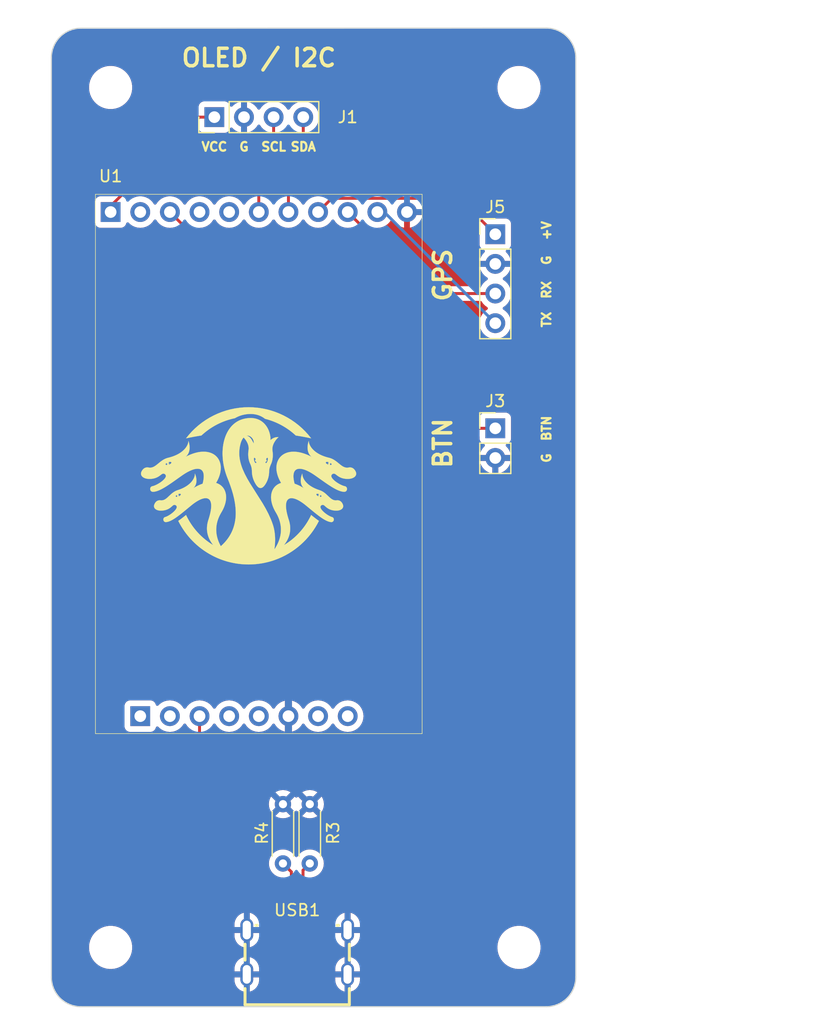
<source format=kicad_pcb>
(kicad_pcb (version 20240108) (generator "pcbnew") (generator_version "8.0")
  (layers (0 "F.Cu" signal) (31 "B.Cu" signal) (34 "B.Paste" user) (35 "F.Paste" user) (36 "B.SilkS" user "B.Silkscreen") (37 "F.SilkS" user "F.Silkscreen") (38 "B.Mask" user) (39 "F.Mask" user) (44 "Edge.Cuts" user))
  (net 0 "")
  (net 1 "Net-(J1-Pin_3)")
  (net 2 "Net-(J1-Pin_4)")
  (net 3 "Net-(J1-Pin_1)")
  (net 4 "Net-(J3-Pin_1)")
  (net 5 "Net-(J5-Pin_4)")
  (net 6 "Net-(J5-Pin_1)")
  (net 7 "Net-(J5-Pin_3)")
  (net 8 "GND")
  (net 9 "+5V")
  (net 18 "Net-(USB1-CC1)")
  (net 19 "Net-(USB1-CC2)")
  (footprint "core_pcb:Hydra_core" (layer "F.Cu") (at 151.13 83.8)
    (property "Reference" "U1" (at -12.7 -26.67 0) (layer "F.SilkS"))
    (property "Value" "Hydra_Core")
    (pad "1" thru_hole rect (at -12.7 -23.6 270) (size 1.7 1.7) (drill 1) (layers "*.Cu" "*.Mask") (net 3 "Net-(J1-Pin_1)"))
    (pad "2" thru_hole oval (at -10.16 -23.6 270) (size 1.7 1.7) (drill 1) (layers "*.Cu" "*.Mask"))
    (pad "3" thru_hole oval (at -7.62 -23.6 270) (size 1.7 1.7) (drill 1) (layers "*.Cu" "*.Mask") (net 4 "Net-(J3-Pin_1)"))
    (pad "4" thru_hole oval (at -5.08 -23.6 270) (size 1.7 1.7) (drill 1) (layers "*.Cu" "*.Mask"))
    (pad "5" thru_hole oval (at -2.54 -23.6 270) (size 1.7 1.7) (drill 1) (layers "*.Cu" "*.Mask"))
    (pad "6" thru_hole oval (at 0 -23.6 270) (size 1.7 1.7) (drill 1) (layers "*.Cu" "*.Mask") (net 1 "Net-(J1-Pin_3)"))
    (pad "7" thru_hole oval (at 2.54 -23.6 270) (size 1.7 1.7) (drill 1) (layers "*.Cu" "*.Mask") (net 2 "Net-(J1-Pin_4)"))
    (pad "8" thru_hole oval (at 5.08 -23.6 270) (size 1.7 1.7) (drill 1) (layers "*.Cu" "*.Mask") (net 6 "Net-(J5-Pin_1)"))
    (pad "9" thru_hole oval (at 7.62 -23.6 270) (size 1.7 1.7) (drill 1) (layers "*.Cu" "*.Mask") (net 7 "Net-(J5-Pin_3)"))
    (pad "10" thru_hole oval (at 10.16 -23.6 270) (size 1.7 1.7) (drill 1) (layers "*.Cu" "*.Mask") (net 5 "Net-(J5-Pin_4)"))
    (pad "11" thru_hole oval (at 12.7 -23.6 270) (size 1.7 1.7) (drill 1) (layers "*.Cu" "*.Mask") (net 8 "GND") (thermal_bridge_width 0.5))
    (pad "12" thru_hole rect (at -10.16 19.58 270) (size 1.7 1.7) (drill 1) (layers "*.Cu" "*.Mask"))
    (pad "13" thru_hole oval (at -7.62 19.58 270) (size 1.7 1.7) (drill 1) (layers "*.Cu" "*.Mask"))
    (pad "14" thru_hole oval (at -5.08 19.58 270) (size 1.7 1.7) (drill 1) (layers "*.Cu" "*.Mask") (net 9 "+5V"))
    (pad "15" thru_hole oval (at -2.54 19.58 270) (size 1.7 1.7) (drill 1) (layers "*.Cu" "*.Mask"))
    (pad "16" thru_hole oval (at 0 19.58 270) (size 1.7 1.7) (drill 1) (layers "*.Cu" "*.Mask"))
    (pad "17" thru_hole oval (at 2.54 19.58 270) (size 1.7 1.7) (drill 1) (layers "*.Cu" "*.Mask") (net 8 "GND") (thermal_bridge_width 0.6))
    (pad "18" thru_hole oval (at 5.08 19.58 270) (size 1.7 1.7) (drill 1) (layers "*.Cu" "*.Mask"))
    (pad "19" thru_hole oval (at 7.62 19.58 270) (size 1.7 1.7) (drill 1) (layers "*.Cu" "*.Mask"))
  )
  (footprint "Connector_PinHeader_2.54mm:PinHeader_1x02_P2.54mm_Vertical" (layer "F.Cu") (at 171.4 78.725)
    (property "Reference" "J3" (at 0 -2.33 0) (layer "F.SilkS"))
    (property "Value" "Conn_01x02")
    (pad "1" thru_hole rect (at 0 0) (size 1.7 1.7) (drill 1) (layers "*.Cu" "*.Mask") (net 4 "Net-(J3-Pin_1)"))
    (pad "2" thru_hole oval (at 0 2.54) (size 1.7 1.7) (drill 1) (layers "*.Cu" "*.Mask") (net 8 "GND"))
  )
  (footprint "MountingHole:MountingHole_3.2mm_M3" (layer "F.Cu") (at 138.43 123.19)
    (property "Reference" "REF**" (hide yes))
    (property "Value" "MountingHole_3.2mm_M3")
    (pad "" np_thru_hole circle (at 0 0) (size 3.2 3.2) (drill 3.2) (layers "*.Cu" "*.Mask"))
  )
  (footprint "Connector_PinHeader_2.54mm:PinHeader_1x04_P2.54mm_Vertical" (layer "F.Cu") (at 147.32 52.07 90)
    (property "Reference" "J1" (at 0 11.43 0) (layer "F.SilkS"))
    (property "Value" "Conn_01x04")
    (pad "1" thru_hole rect (at 0 0 90) (size 1.7 1.7) (drill 1) (layers "*.Cu" "*.Mask") (net 3 "Net-(J1-Pin_1)"))
    (pad "2" thru_hole oval (at 0 2.54 90) (size 1.7 1.7) (drill 1) (layers "*.Cu" "*.Mask") (net 8 "GND"))
    (pad "3" thru_hole oval (at 0 5.08 90) (size 1.7 1.7) (drill 1) (layers "*.Cu" "*.Mask") (net 1 "Net-(J1-Pin_3)"))
    (pad "4" thru_hole oval (at 0 7.62 90) (size 1.7 1.7) (drill 1) (layers "*.Cu" "*.Mask") (net 2 "Net-(J1-Pin_4)"))
  )
  (footprint "Connector_PinHeader_2.54mm:PinHeader_1x04_P2.54mm_Vertical" (layer "F.Cu") (at 171.4 62.1)
    (property "Reference" "J5" (at 0 -2.33 0) (layer "F.SilkS"))
    (property "Value" "Conn_01x04")
    (pad "1" thru_hole rect (at 0 0) (size 1.7 1.7) (drill 1) (layers "*.Cu" "*.Mask") (net 6 "Net-(J5-Pin_1)"))
    (pad "2" thru_hole oval (at 0 2.54) (size 1.7 1.7) (drill 1) (layers "*.Cu" "*.Mask") (net 8 "GND"))
    (pad "3" thru_hole oval (at 0 5.08) (size 1.7 1.7) (drill 1) (layers "*.Cu" "*.Mask") (net 7 "Net-(J5-Pin_3)"))
    (pad "4" thru_hole oval (at 0 7.62) (size 1.7 1.7) (drill 1) (layers "*.Cu" "*.Mask") (net 5 "Net-(J5-Pin_4)"))
  )
  (footprint "Library:USB-C-SMD_TYPE-603-T3" (layer "F.Cu") (at 154.42 123.599)
    (property "Reference" "USB1" (at 0 -3.599 0) (layer "F.SilkS"))
    (property "Value" "~")
    (pad "0" thru_hole oval (at -4.32 -1.899) (size 1.1 2) (drill oval 0.7 1.6) (layers "*.Cu" "*.Mask") (net 8 "GND"))
    (pad "0" thru_hole oval (at -4.32 1.901) (size 1.1 2) (drill oval 0.7 1.6) (layers "*.Cu" "*.Mask") (net 8 "GND"))
    (pad "0" thru_hole oval (at 4.32 -1.899) (size 1.1 2) (drill oval 0.7 1.6) (layers "*.Cu" "*.Mask") (net 8 "GND"))
    (pad "0" thru_hole oval (at 4.32 1.901) (size 1.1 2) (drill oval 0.7 1.6) (layers "*.Cu" "*.Mask") (net 8 "GND"))
    (pad "A5" smd rect (at -0.5 -1.897) (size 0.8 1.4) (layers "F.Cu" "F.Paste" "F.Mask") (net 18 "Net-(USB1-CC1)"))
    (pad "A9" smd rect (at 1.52 -1.8985) (size 0.8 1.4) (layers "F.Cu" "F.Paste" "F.Mask") (net 9 "+5V"))
    (pad "A12" smd rect (at 2.75 -1.899) (size 0.8 1.4) (layers "F.Cu" "F.Paste" "F.Mask") (net 8 "GND"))
    (pad "B5" smd rect (at 0.5 -1.897) (size 0.8 1.4) (layers "F.Cu" "F.Paste" "F.Mask") (net 19 "Net-(USB1-CC2)"))
    (pad "B9" smd rect (at -1.52 -1.901) (size 0.8 1.4) (layers "F.Cu" "F.Paste" "F.Mask") (net 9 "+5V"))
    (pad "B12" smd rect (at -2.75 -1.899) (size 0.8 1.4) (layers "F.Cu" "F.Paste" "F.Mask") (net 8 "GND"))
  )
  (footprint "Resistor_THT:R_Axial_DIN0204_L3.6mm_D1.6mm_P5.08mm_Horizontal" (layer "F.Cu") (at 155.5 110.92 -90)
    (property "Reference" "R3" (at 2.48 -2 90) (layer "F.SilkS"))
    (property "Value" "5.1k")
    (pad "1" thru_hole circle (at 0 0 270) (size 1.4 1.4) (drill 0.7) (layers "*.Cu" "*.Mask") (net 8 "GND"))
    (pad "2" thru_hole oval (at 5.08 0 270) (size 1.4 1.4) (drill 0.7) (layers "*.Cu" "*.Mask") (net 19 "Net-(USB1-CC2)"))
  )
  (footprint "MountingHole:MountingHole_3.2mm_M3" (layer "F.Cu") (at 138.43 49.53)
    (property "Reference" "REF**" (hide yes))
    (property "Value" "MountingHole_3.2mm_M3")
    (pad "" np_thru_hole circle (at 0 0) (size 3.2 3.2) (drill 3.2) (layers "*.Cu" "*.Mask"))
  )
  (footprint "MountingHole:MountingHole_3.2mm_M3" (layer "F.Cu") (at 173.43 123.19)
    (property "Reference" "REF**" (hide yes))
    (property "Value" "MountingHole_3.2mm_M3")
    (pad "" np_thru_hole circle (at 0 0) (size 3.2 3.2) (drill 3.2) (layers "*.Cu" "*.Mask"))
  )
  (footprint "MountingHole:MountingHole_3.2mm_M3" (layer "F.Cu") (at 173.43 49.53)
    (property "Reference" "REF**" (hide yes))
    (property "Value" "MountingHole_3.2mm_M3")
    (pad "" np_thru_hole circle (at 0 0) (size 3.2 3.2) (drill 3.2) (layers "*.Cu" "*.Mask"))
  )
  (footprint "Resistor_THT:R_Axial_DIN0204_L3.6mm_D1.6mm_P5.08mm_Horizontal" (layer "F.Cu") (at 153.2 110.92 -90)
    (property "Reference" "R4" (at 2.48 1.8 90) (layer "F.SilkS"))
    (property "Value" "5.1k")
    (pad "1" thru_hole circle (at 0 0 270) (size 1.4 1.4) (drill 0.7) (layers "*.Cu" "*.Mask") (net 8 "GND"))
    (pad "2" thru_hole oval (at 5.08 0 270) (size 1.4 1.4) (drill 0.7) (layers "*.Cu" "*.Mask") (net 18 "Net-(USB1-CC1)"))
  )
  (gr_arc (start 178.3 125.73) (mid 177.556051 127.526051) (end 175.76 128.27) (stroke (width 0.1)) (layer "Edge.Cuts"))
  (gr_line (start 175.76 44.44) (end 135.89 44.45) (stroke (width 0.1)) (layer "Edge.Cuts"))
  (gr_arc (start 175.76 44.44) (mid 177.556051 45.183949) (end 178.3 46.98) (stroke (width 0.1)) (layer "Edge.Cuts"))
  (gr_line (start 175.76 128.27) (end 135.89 128.27) (stroke (width 0.1)) (layer "Edge.Cuts"))
  (gr_arc (start 133.35 46.99) (mid 134.093949 45.193949) (end 135.89 44.45) (stroke (width 0.1)) (layer "Edge.Cuts"))
  (gr_line (start 133.35 125.73) (end 133.35 46.99) (stroke (width 0.1)) (layer "Edge.Cuts"))
  (gr_line (start 178.3 46.98) (end 178.3 125.73) (stroke (width 0.1)) (layer "Edge.Cuts"))
  (gr_arc (start 135.89 128.27) (mid 134.093949 127.526051) (end 133.35 125.73) (stroke (width 0.1)) (layer "Edge.Cuts"))
  (gr_text "OLED / I2C" (at 151.13 46.99 0) (layer "F.SilkS") (effects (font (size 1.5 1.5) (thickness 0.3))))
  (gr_text "SCL" (at 152.4 54.61 0) (layer "F.SilkS") (effects (font (size 0.75 0.75) (thickness 0.1875))))
  (gr_text "BTN" (at 166.9 80 90) (layer "F.SilkS") (effects (font (size 1.5 1.5) (thickness 0.3))))
  (gr_text "BTN" (at 175.79 78.73 90) (layer "F.SilkS") (effects (font (size 0.75 0.75) (thickness 0.1875))))
  (gr_text "VCC" (at 147.32 54.61 0) (layer "F.SilkS") (effects (font (size 0.75 0.75) (thickness 0.1875))))
  (gr_text "RX" (at 175.79 66.87 90) (layer "F.SilkS") (effects (font (size 0.75 0.75) (thickness 0.1875))))
  (gr_text "TX" (at 175.79 69.41 90) (layer "F.SilkS") (effects (font (size 0.75 0.75) (thickness 0.1875))))
  (gr_text "SDA" (at 154.94 54.61 0) (layer "F.SilkS") (effects (font (size 0.75 0.75) (thickness 0.1875))))
  (gr_text "+V" (at 175.79 61.79 90) (layer "F.SilkS") (effects (font (size 0.75 0.75) (thickness 0.1875))))
  (gr_text "G" (at 175.79 64.33 90) (layer "F.SilkS") (effects (font (size 0.75 0.75) (thickness 0.1875))))
  (gr_text "G" (at 149.86 54.61 0) (layer "F.SilkS") (effects (font (size 0.75 0.75) (thickness 0.1875))))
  (gr_text "G" (at 175.79 81.27 90) (layer "F.SilkS") (effects (font (size 0.75 0.75) (thickness 0.1875))))
  (gr_text "GPS" (at 166.9 65.6 90) (layer "F.SilkS") (effects (font (size 1.5 1.5) (thickness 0.3))))
  (segment (start 152.4 57.15) (end 151.13 58.42) (width 0.25) (layer "F.Cu") (net 1))
  (segment (start 152.4 52.07) (end 152.4 57.15) (width 0.25) (layer "F.Cu") (net 1))
  (segment (start 151.13 58.42) (end 151.13 60.2) (width 0.25) (layer "F.Cu") (net 1))
  (segment (start 154.94 57.15) (end 154.94 52.07) (width 0.25) (layer "F.Cu") (net 2))
  (segment (start 153.67 58.42) (end 154.94 57.15) (width 0.25) (layer "F.Cu") (net 2))
  (segment (start 153.67 60.2) (end 153.67 58.42) (width 0.25) (layer "F.Cu") (net 2))
  (segment (start 138.43 60.2) (end 138.43 59.69) (width 0.25) (layer "F.Cu") (net 3))
  (segment (start 138.43 59.69) (end 146.05 52.07) (width 0.25) (layer "F.Cu") (net 3))
  (segment (start 146.05 52.07) (end 147.32 52.07) (width 0.25) (layer "F.Cu") (net 3))
  (segment (start 162.035 78.725) (end 143.51 60.2) (width 0.25) (layer "F.Cu") (net 4))
  (segment (start 171.4 78.725) (end 162.035 78.725) (width 0.25) (layer "F.Cu") (net 4))
  (segment (start 161.88 60.2) (end 161.29 60.2) (width 0.25) (layer "B.Cu") (net 5))
  (segment (start 171.4 69.72) (end 161.88 60.2) (width 0.25) (layer "B.Cu") (net 5))
  (segment (start 157.385 59.025) (end 156.21 60.2) (width 0.25) (layer "F.Cu") (net 6))
  (segment (start 168.325 59.025) (end 157.385 59.025) (width 0.25) (layer "F.Cu") (net 6))
  (segment (start 171.4 62.1) (end 168.325 59.025) (width 0.25) (layer "F.Cu") (net 6))
  (segment (start 171.4 67.18) (end 165.73 67.18) (width 0.25) (layer "F.Cu") (net 7))
  (segment (start 165.73 67.18) (end 158.75 60.2) (width 0.25) (layer "F.Cu") (net 7))
  (segment (start 155.94 121.7005) (end 155.94 119.26) (width 0.25) (layer "F.Cu") (net 9))
  (segment (start 151.8 118.1) (end 151.4 118.1) (width 0.25) (layer "F.Cu") (net 9))
  (segment (start 146.05 107.4) (end 146.05 103.38) (width 0.25) (layer "F.Cu") (net 9))
  (segment (start 157.6 109.9) (end 155.1 107.4) (width 0.25) (layer "F.Cu") (net 9))
  (segment (start 152.9 121.698) (end 152.9 119.2) (width 0.25) (layer "F.Cu") (net 9))
  (segment (start 155.94 119.26) (end 157.6 117.6) (width 0.25) (layer "F.Cu") (net 9))
  (segment (start 146.05 112.75) (end 146.05 107.4) (width 0.25) (layer "F.Cu") (net 9))
  (segment (start 151.4 118.1) (end 146.05 112.75) (width 0.25) (layer "F.Cu") (net 9))
  (segment (start 152.9 119.2) (end 151.8 118.1) (width 0.25) (layer "F.Cu") (net 9))
  (segment (start 155.1 107.4) (end 146.05 107.4) (width 0.25) (layer "F.Cu") (net 9))
  (segment (start 157.6 117.6) (end 157.6 109.9) (width 0.25) (layer "F.Cu") (net 9))
  (segment (start 153.92 116.72) (end 153.2 116) (width 0.25) (layer "F.Cu") (net 18))
  (segment (start 153.92 121.702) (end 153.92 116.72) (width 0.25) (layer "F.Cu") (net 18))
  (segment (start 154.92 121.702) (end 154.92 116.58) (width 0.25) (layer "F.Cu") (net 19))
  (segment (start 154.92 116.58) (end 155.5 116) (width 0.25) (layer "F.Cu") (net 19))
  (zone (net 8) (net_name "GND") (layers "F&B.Cu") (connect_pads (clearance 0.5)) (min_thickness 0.254) (fill yes (thermal_gap 0.508) (thermal_bridge_width 0.508) (smoothing fillet))
    (polygon (pts (xy 179.95 44.32) (xy 179.556051 127.816051) (xy 176.746051 129.276051) (xy 133.77 129.77) (xy 131.23 128.5) (xy 131.23 44.576051) (xy 133.77 42.036051) (xy 177.38 42.95)))
  )
)
</source>
